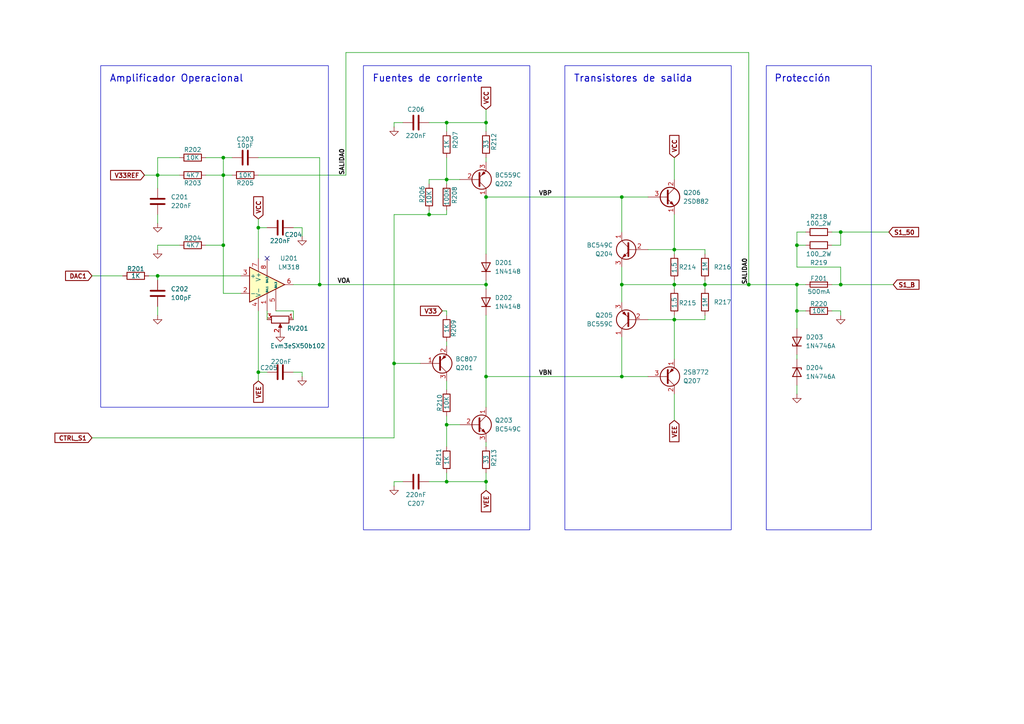
<source format=kicad_sch>
(kicad_sch (version 20231120) (generator "eeschema") (generator_version "8.0")
  (paper "A4")
  (title_block (title "Salida 1 (ISPEL Beta 2024)") (date "2024-10-29") (rev "2 (GC)"))
  (lib_symbols
    (symbol "Amplifier_Operational:LM318H" (pin_names (offset 0.127))
      (property "Reference" "U" (at 3.81 3.81 0))
      (property "Value" "LM318H" (at 3.81 -3.81 0))
      (symbol "LM318H_0_1"
        (polyline (pts (xy 5.08 0) (xy -5.08 5.08) (xy -5.08 -5.08) (xy 5.08 0)) (stroke (width 0.254)) (fill (type background)))
      )
      (symbol "LM318H_1_1"
        (pin passive line (at 0 -7.62 90) (length 5.08) (name "BAL1") (number "1"))
        (pin input line (at -7.62 -2.54 0) (length 2.54) (name "-") (number "2"))
        (pin input line (at -7.62 2.54 0) (length 2.54) (name "+") (number "3"))
        (pin power_in line (at -2.54 -7.62 90) (length 3.81) (name "V-") (number "4"))
        (pin passive line (at 2.54 -7.62 90) (length 6.35) (name "BAL3") (number "5"))
        (pin output line (at 7.62 0 180) (length 2.54) (name "~") (number "6"))
        (pin power_in line (at -2.54 7.62 270) (length 3.81) (name "V+") (number "7"))
        (pin passive line (at 0 7.62 270) (length 5.08) (name "BAL2") (number "8"))
      )
    )
    (symbol "Device:C" (pin_numbers hide) (pin_names (offset 0.254))
      (property "Reference" "C" (at 0.635 2.54 0))
      (property "Value" "C" (at 0.635 -2.54 0))
      (symbol "C_0_1"
        (polyline (pts (xy -2.032 -0.762) (xy 2.032 -0.762)) (stroke (width 0.508)))
        (polyline (pts (xy -2.032 0.762) (xy 2.032 0.762)) (stroke (width 0.508)))
      )
      (symbol "C_1_1"
        (pin passive line (at 0 3.81 270) (length 2.794) (name "~") (number "1"))
        (pin passive line (at 0 -3.81 90) (length 2.794) (name "~") (number "2"))
      )
    )
    (symbol "Device:Fuse" (pin_numbers hide) (pin_names (offset 0))
      (property "Reference" "F" (at 2.032 0 90))
      (property "Value" "Fuse" (at -1.905 0 90))
      (symbol "Fuse_0_1"
        (rectangle (start -0.762 -2.54) (end 0.762 2.54) (stroke (width 0.254)))
        (polyline (pts (xy 0 2.54) (xy 0 -2.54)))
      )
      (symbol "Fuse_1_1"
        (pin passive line (at 0 3.81 270) (length 1.27) (name "~") (number "1"))
        (pin passive line (at 0 -3.81 90) (length 1.27) (name "~") (number "2"))
      )
    )
    (symbol "Device:R" (pin_numbers hide) (pin_names (offset 0))
      (property "Reference" "R" (at 2.032 0 90))
      (property "Value" "R" (at 0 0 90))
      (symbol "R_0_1"
        (rectangle (start -1.016 -2.54) (end 1.016 2.54) (stroke (width 0.254)))
      )
      (symbol "R_1_1"
        (pin passive line (at 0 3.81 270) (length 1.27) (name "~") (number "1"))
        (pin passive line (at 0 -3.81 90) (length 1.27) (name "~") (number "2"))
      )
    )
    (symbol "Device:R_Potentiometer" (pin_names (offset 1.016) hide)
      (property "Reference" "RV" (at -4.445 0 90))
      (property "Value" "R_Potentiometer" (at -2.54 0 90))
      (symbol "R_Potentiometer_0_1"
        (polyline (pts (xy 2.54 0) (xy 1.524 0)))
        (polyline (pts (xy 1.143 0) (xy 2.286 0.508) (xy 2.286 -0.508) (xy 1.143 0)) (fill (type outline)))
        (rectangle (start 1.016 2.54) (end -1.016 -2.54) (stroke (width 0.254)))
      )
      (symbol "R_Potentiometer_1_1"
        (pin passive line (at 0 3.81 270) (length 1.27) (name "1") (number "1"))
        (pin passive line (at 3.81 0 180) (length 1.27) (name "2") (number "2"))
        (pin passive line (at 0 -3.81 90) (length 1.27) (name "3") (number "3"))
      )
    )
    (symbol "Diode:1N4148" (pin_numbers hide) (pin_names hide)
      (property "Reference" "D" (at 0 2.54 0))
      (property "Value" "1N4148" (at 0 -2.54 0))
      (symbol "1N4148_0_1"
        (polyline (pts (xy -1.27 1.27) (xy -1.27 -1.27)) (stroke (width 0.254)))
        (polyline (pts (xy 1.27 0) (xy -1.27 0)))
        (polyline (pts (xy 1.27 1.27) (xy 1.27 -1.27) (xy -1.27 0) (xy 1.27 1.27)) (stroke (width 0.254)))
      )
      (symbol "1N4148_1_1"
        (pin passive line (at -3.81 0 0) (length 2.54) (name "K") (number "1"))
        (pin passive line (at 3.81 0 180) (length 2.54) (name "A") (number "2"))
      )
    )
    (symbol "Diode:1N47xxA" (pin_numbers hide) (pin_names hide)
      (property "Reference" "D" (at 0 2.54 0))
      (property "Value" "1N47xxA" (at 0 -2.54 0))
      (symbol "1N47xxA_0_1"
        (polyline (pts (xy 1.27 0) (xy -1.27 0)))
        (polyline (pts (xy -1.27 -1.27) (xy -1.27 1.27) (xy -0.762 1.27)) (stroke (width 0.254)))
        (polyline (pts (xy 1.27 -1.27) (xy 1.27 1.27) (xy -1.27 0) (xy 1.27 -1.27)) (stroke (width 0.254)))
      )
      (symbol "1N47xxA_1_1"
        (pin passive line (at -3.81 0 0) (length 2.54) (name "K") (number "1"))
        (pin passive line (at 3.81 0 180) (length 2.54) (name "A") (number "2"))
      )
    )
    (symbol "Transistor_BJT:2SB631" (pin_names (offset 0) hide)
      (property "Reference" "Q" (at 5.08 1.905 0))
      (property "Value" "2SB631" (at 5.08 0 0))
      (symbol "2SB631_0_1"
        (polyline (pts (xy 0 0) (xy 0.635 0)))
        (polyline (pts (xy 2.54 -2.54) (xy 0.635 -0.635)))
        (polyline (pts (xy 2.54 2.54) (xy 0.635 0.635)))
        (polyline (pts (xy 0.635 1.905) (xy 0.635 -1.905) (xy 0.635 -1.905)) (stroke (width 0.508)) (fill (type outline)))
        (polyline (pts (xy 1.778 -2.286) (xy 2.286 -1.778) (xy 1.27 -1.27) (xy 1.778 -2.286) (xy 1.778 -2.286)) (fill (type outline)))
        (circle (center 1.27 0) (radius 2.8194) (stroke (width 0.254)))
      )
      (symbol "2SB631_1_1"
        (pin passive line (at 2.54 -5.08 90) (length 2.54) (name "E") (number "1"))
        (pin passive line (at 2.54 5.08 270) (length 2.54) (name "C") (number "2"))
        (pin input line (at -5.08 0 0) (length 5.08) (name "B") (number "3"))
      )
    )
    (symbol "Transistor_BJT:2SD600" (pin_names (offset 0) hide)
      (property "Reference" "Q" (at 5.08 1.905 0))
      (property "Value" "2SD600" (at 5.08 0 0))
      (symbol "2SD600_0_1"
        (polyline (pts (xy 0 0) (xy 0.635 0)))
        (polyline (pts (xy 2.54 -2.54) (xy 0.635 -0.635)))
        (polyline (pts (xy 2.54 2.54) (xy 0.635 0.635)))
        (polyline (pts (xy 0.635 1.905) (xy 0.635 -1.905) (xy 0.635 -1.905)) (stroke (width 0.508)) (fill (type outline)))
        (polyline (pts (xy 1.27 -1.778) (xy 1.778 -1.27) (xy 2.286 -2.286) (xy 1.27 -1.778) (xy 1.27 -1.778)) (fill (type outline)))
        (circle (center 1.27 0) (radius 2.8194) (stroke (width 0.3048)))
      )
      (symbol "2SD600_1_1"
        (pin passive line (at 2.54 -5.08 90) (length 2.54) (name "E") (number "1"))
        (pin passive line (at 2.54 5.08 270) (length 2.54) (name "C") (number "2"))
        (pin input line (at -5.08 0 0) (length 5.08) (name "B") (number "3"))
      )
    )
    (symbol "Transistor_BJT:BC547" (pin_names (offset 0) hide)
      (property "Reference" "Q" (at 5.08 1.905 0))
      (property "Value" "BC547" (at 5.08 0 0))
      (symbol "BC547_0_1"
        (polyline (pts (xy 0 0) (xy 0.635 0)))
        (polyline (pts (xy 0.635 0.635) (xy 2.54 2.54)))
        (polyline (pts (xy 0.635 -0.635) (xy 2.54 -2.54) (xy 2.54 -2.54)))
        (polyline (pts (xy 0.635 1.905) (xy 0.635 -1.905) (xy 0.635 -1.905)) (stroke (width 0.508)))
        (polyline (pts (xy 1.27 -1.778) (xy 1.778 -1.27) (xy 2.286 -2.286) (xy 1.27 -1.778) (xy 1.27 -1.778)) (fill (type outline)))
        (circle (center 1.27 0) (radius 2.8194) (stroke (width 0.254)))
      )
      (symbol "BC547_1_1"
        (pin passive line (at 2.54 5.08 270) (length 2.54) (name "C") (number "1"))
        (pin input line (at -5.08 0 0) (length 5.08) (name "B") (number "2"))
        (pin passive line (at 2.54 -5.08 90) (length 2.54) (name "E") (number "3"))
      )
    )
    (symbol "Transistor_BJT:BC557" (pin_names (offset 0) hide)
      (property "Reference" "Q" (at 5.08 1.905 0))
      (property "Value" "BC557" (at 5.08 0 0))
      (symbol "BC557_0_1"
        (polyline (pts (xy 0.635 0.635) (xy 2.54 2.54)))
        (polyline (pts (xy 0.635 -0.635) (xy 2.54 -2.54) (xy 2.54 -2.54)))
        (polyline (pts (xy 0.635 1.905) (xy 0.635 -1.905) (xy 0.635 -1.905)) (stroke (width 0.508)))
        (polyline (pts (xy 2.286 -1.778) (xy 1.778 -2.286) (xy 1.27 -1.27) (xy 2.286 -1.778) (xy 2.286 -1.778)) (fill (type outline)))
        (circle (center 1.27 0) (radius 2.8194) (stroke (width 0.254)))
      )
      (symbol "BC557_1_1"
        (pin passive line (at 2.54 5.08 270) (length 2.54) (name "C") (number "1"))
        (pin input line (at -5.08 0 0) (length 5.715) (name "B") (number "2"))
        (pin passive line (at 2.54 -5.08 90) (length 2.54) (name "E") (number "3"))
      )
    )
    (symbol "Transistor_BJT:BC807" (pin_names (offset 0) hide)
      (property "Reference" "Q" (at 5.08 1.905 0))
      (property "Value" "BC807" (at 5.08 0 0))
      (symbol "BC807_0_1"
        (polyline (pts (xy 0.635 0.635) (xy 2.54 2.54)))
        (polyline (pts (xy 0.635 -0.635) (xy 2.54 -2.54) (xy 2.54 -2.54)))
        (polyline (pts (xy 0.635 1.905) (xy 0.635 -1.905) (xy 0.635 -1.905)) (stroke (width 0.508)))
        (polyline (pts (xy 2.286 -1.778) (xy 1.778 -2.286) (xy 1.27 -1.27) (xy 2.286 -1.778) (xy 2.286 -1.778)) (fill (type outline)))
        (circle (center 1.27 0) (radius 2.8194) (stroke (width 0.254)))
      )
      (symbol "BC807_1_1"
        (pin input line (at -5.08 0 0) (length 5.715) (name "B") (number "1"))
        (pin passive line (at 2.54 -5.08 90) (length 2.54) (name "E") (number "2"))
        (pin passive line (at 2.54 5.08 270) (length 2.54) (name "C") (number "3"))
      )
    )
    (symbol "power:GND" (power) (pin_numbers hide) (pin_names (offset 0) hide)
      (property "Value" "GND" (at 0 -3.81 0))
      (symbol "GND_0_1"
        (polyline (pts (xy 0 0) (xy 0 -1.27) (xy 1.27 -1.27) (xy 0 -2.54) (xy -1.27 -1.27) (xy 0 -1.27)))
      )
      (symbol "GND_1_1"
        (pin power_in line (at 0 0 270) (length 0) (name "~") (number "1"))
      )
    )
  )
  (junction (at 243.84 82.55))
  (junction (at 140.97 139.7))
  (junction (at 231.14 90.17))
  (junction (at 129.54 139.7))
  (junction (at 140.97 82.55))
  (junction (at 195.58 92.71))
  (junction (at 195.58 72.39))
  (junction (at 180.34 57.15))
  (junction (at 180.34 109.22))
  (junction (at 124.46 62.23))
  (junction (at 114.3 105.41))
  (junction (at 180.34 82.55))
  (junction (at 140.97 57.15))
  (junction (at 64.77 50.8))
  (junction (at 195.58 82.55))
  (junction (at 129.54 123.19))
  (junction (at 217.17 82.55))
  (junction (at 129.54 35.56))
  (junction (at 45.72 50.8))
  (junction (at 64.77 45.72))
  (junction (at 231.14 71.12))
  (junction (at 45.72 80.01))
  (junction (at 231.14 82.55))
  (junction (at 92.71 82.55))
  (junction (at 74.93 66.04))
  (junction (at 140.97 35.56))
  (junction (at 204.47 82.55))
  (junction (at 129.54 52.07))
  (junction (at 74.93 107.95))
  (junction (at 64.77 71.12))
  (junction (at 140.97 109.22))
  (junction (at 243.84 67.31))
  (no_connect (at 77.47 74.93))
  (wire (pts (xy 114.3 35.56) (xy 116.84 35.56)))
  (wire (pts (xy 124.46 53.34) (xy 124.46 52.07)))
  (wire (pts (xy 74.93 50.8) (xy 100.33 50.8)))
  (wire (pts (xy 64.77 45.72) (xy 67.31 45.72)))
  (wire (pts (xy 129.54 110.49) (xy 129.54 113.03)))
  (wire (pts (xy 204.47 82.55) (xy 204.47 83.82)))
  (wire (pts (xy 45.72 50.8) (xy 45.72 45.72)))
  (wire (pts (xy 129.54 123.19) (xy 129.54 129.54)))
  (wire (pts (xy 195.58 45.72) (xy 195.58 52.07)))
  (wire (pts (xy 140.97 31.75) (xy 140.97 35.56)))
  (wire (pts (xy 64.77 45.72) (xy 64.77 50.8)))
  (wire (pts (xy 231.14 82.55) (xy 231.14 90.17)))
  (wire (pts (xy 243.84 91.44) (xy 243.84 90.17)))
  (wire (pts (xy 204.47 82.55) (xy 217.17 82.55)))
  (wire (pts (xy 45.72 71.12) (xy 52.07 71.12)))
  (wire (pts (xy 74.93 45.72) (xy 92.71 45.72)))
  (wire (pts (xy 180.34 77.47) (xy 180.34 82.55)))
  (wire (pts (xy 243.84 71.12) (xy 243.84 67.31)))
  (wire (pts (xy 45.72 50.8) (xy 45.72 54.61)))
  (wire (pts (xy 195.58 92.71) (xy 204.47 92.71)))
  (wire (pts (xy 204.47 92.71) (xy 204.47 91.44)))
  (wire (pts (xy 114.3 127) (xy 114.3 105.41)))
  (wire (pts (xy 233.68 90.17) (xy 231.14 90.17)))
  (wire (pts (xy 69.85 85.09) (xy 64.77 85.09)))
  (wire (pts (xy 59.69 45.72) (xy 64.77 45.72)))
  (wire (pts (xy 114.3 62.23) (xy 124.46 62.23)))
  (wire (pts (xy 231.14 111.76) (xy 231.14 114.3)))
  (wire (pts (xy 129.54 52.07) (xy 129.54 53.34)))
  (wire (pts (xy 180.34 57.15) (xy 180.34 67.31)))
  (wire (pts (xy 74.93 66.04) (xy 77.47 66.04)))
  (wire (pts (xy 114.3 36.83) (xy 114.3 35.56)))
  (wire (pts (xy 45.72 62.23) (xy 45.72 64.77)))
  (wire (pts (xy 85.09 90.17) (xy 80.01 90.17)))
  (wire (pts (xy 45.72 80.01) (xy 69.85 80.01)))
  (wire (pts (xy 129.54 35.56) (xy 129.54 38.1)))
  (wire (pts (xy 129.54 62.23) (xy 129.54 60.96)))
  (wire (pts (xy 231.14 90.17) (xy 231.14 95.25)))
  (wire (pts (xy 195.58 81.28) (xy 195.58 82.55)))
  (wire (pts (xy 45.72 45.72) (xy 52.07 45.72)))
  (wire (pts (xy 92.71 82.55) (xy 140.97 82.55)))
  (wire (pts (xy 140.97 128.27) (xy 140.97 129.54)))
  (wire (pts (xy 64.77 71.12) (xy 59.69 71.12)))
  (wire (pts (xy 195.58 72.39) (xy 195.58 73.66)))
  (wire (pts (xy 140.97 109.22) (xy 140.97 118.11)))
  (wire (pts (xy 217.17 15.24) (xy 100.33 15.24)))
  (wire (pts (xy 217.17 82.55) (xy 231.14 82.55)))
  (wire (pts (xy 129.54 120.65) (xy 129.54 123.19)))
  (wire (pts (xy 233.68 71.12) (xy 231.14 71.12)))
  (wire (pts (xy 231.14 71.12) (xy 231.14 67.31)))
  (wire (pts (xy 195.58 62.23) (xy 195.58 72.39)))
  (wire (pts (xy 64.77 50.8) (xy 67.31 50.8)))
  (wire (pts (xy 140.97 46.99) (xy 140.97 45.72)))
  (wire (pts (xy 129.54 45.72) (xy 129.54 52.07)))
  (wire (pts (xy 231.14 77.47) (xy 243.84 77.47)))
  (wire (pts (xy 124.46 62.23) (xy 129.54 62.23)))
  (wire (pts (xy 129.54 35.56) (xy 140.97 35.56)))
  (wire (pts (xy 45.72 81.28) (xy 45.72 80.01)))
  (wire (pts (xy 74.93 74.93) (xy 74.93 66.04)))
  (wire (pts (xy 231.14 102.87) (xy 231.14 104.14)))
  (wire (pts (xy 140.97 139.7) (xy 140.97 142.24)))
  (wire (pts (xy 100.33 15.24) (xy 100.33 50.8)))
  (wire (pts (xy 187.96 72.39) (xy 195.58 72.39)))
  (wire (pts (xy 217.17 82.55) (xy 217.17 15.24)))
  (wire (pts (xy 140.97 137.16) (xy 140.97 139.7)))
  (wire (pts (xy 114.3 139.7) (xy 114.3 140.97)))
  (wire (pts (xy 129.54 90.17) (xy 129.54 91.44)))
  (wire (pts (xy 195.58 121.92) (xy 195.58 114.3)))
  (wire (pts (xy 26.67 80.01) (xy 35.56 80.01)))
  (wire (pts (xy 187.96 109.22) (xy 180.34 109.22)))
  (wire (pts (xy 45.72 88.9) (xy 45.72 91.44)))
  (wire (pts (xy 187.96 92.71) (xy 195.58 92.71)))
  (wire (pts (xy 87.63 68.58) (xy 87.63 66.04)))
  (wire (pts (xy 129.54 139.7) (xy 124.46 139.7)))
  (wire (pts (xy 243.84 67.31) (xy 257.81 67.31)))
  (wire (pts (xy 140.97 57.15) (xy 180.34 57.15)))
  (wire (pts (xy 180.34 82.55) (xy 180.34 87.63)))
  (wire (pts (xy 231.14 67.31) (xy 233.68 67.31)))
  (wire (pts (xy 124.46 60.96) (xy 124.46 62.23)))
  (wire (pts (xy 195.58 92.71) (xy 195.58 104.14)))
  (wire (pts (xy 233.68 82.55) (xy 231.14 82.55)))
  (wire (pts (xy 128.27 90.17) (xy 129.54 90.17)))
  (wire (pts (xy 204.47 81.28) (xy 204.47 82.55)))
  (wire (pts (xy 129.54 139.7) (xy 140.97 139.7)))
  (wire (pts (xy 124.46 52.07) (xy 129.54 52.07)))
  (wire (pts (xy 87.63 109.22) (xy 87.63 107.95)))
  (wire (pts (xy 77.47 90.17) (xy 77.47 92.71)))
  (wire (pts (xy 204.47 72.39) (xy 204.47 73.66)))
  (wire (pts (xy 243.84 82.55) (xy 259.08 82.55)))
  (wire (pts (xy 129.54 123.19) (xy 133.35 123.19)))
  (wire (pts (xy 85.09 66.04) (xy 87.63 66.04)))
  (wire (pts (xy 41.91 50.8) (xy 45.72 50.8)))
  (wire (pts (xy 74.93 90.17) (xy 74.93 107.95)))
  (wire (pts (xy 180.34 82.55) (xy 195.58 82.55)))
  (wire (pts (xy 116.84 139.7) (xy 114.3 139.7)))
  (wire (pts (xy 195.58 82.55) (xy 204.47 82.55)))
  (wire (pts (xy 45.72 50.8) (xy 52.07 50.8)))
  (wire (pts (xy 140.97 35.56) (xy 140.97 38.1)))
  (wire (pts (xy 92.71 45.72) (xy 92.71 82.55)))
  (wire (pts (xy 241.3 90.17) (xy 243.84 90.17)))
  (wire (pts (xy 64.77 50.8) (xy 64.77 71.12)))
  (wire (pts (xy 195.58 72.39) (xy 204.47 72.39)))
  (wire (pts (xy 243.84 77.47) (xy 243.84 82.55)))
  (wire (pts (xy 241.3 71.12) (xy 243.84 71.12)))
  (wire (pts (xy 129.54 137.16) (xy 129.54 139.7)))
  (wire (pts (xy 140.97 57.15) (xy 140.97 73.66)))
  (wire (pts (xy 231.14 71.12) (xy 231.14 77.47)))
  (wire (pts (xy 140.97 109.22) (xy 180.34 109.22)))
  (wire (pts (xy 241.3 82.55) (xy 243.84 82.55)))
  (wire (pts (xy 85.09 82.55) (xy 92.71 82.55)))
  (wire (pts (xy 74.93 107.95) (xy 74.93 110.49)))
  (wire (pts (xy 195.58 91.44) (xy 195.58 92.71)))
  (wire (pts (xy 74.93 66.04) (xy 74.93 63.5)))
  (wire (pts (xy 140.97 91.44) (xy 140.97 109.22)))
  (wire (pts (xy 87.63 107.95) (xy 85.09 107.95)))
  (wire (pts (xy 114.3 105.41) (xy 121.92 105.41)))
  (wire (pts (xy 241.3 67.31) (xy 243.84 67.31)))
  (wire (pts (xy 180.34 97.79) (xy 180.34 109.22)))
  (wire (pts (xy 195.58 82.55) (xy 195.58 83.82)))
  (wire (pts (xy 114.3 62.23) (xy 114.3 105.41)))
  (wire (pts (xy 124.46 35.56) (xy 129.54 35.56)))
  (wire (pts (xy 129.54 52.07) (xy 133.35 52.07)))
  (wire (pts (xy 74.93 107.95) (xy 77.47 107.95)))
  (wire (pts (xy 59.69 50.8) (xy 64.77 50.8)))
  (wire (pts (xy 187.96 57.15) (xy 180.34 57.15)))
  (wire (pts (xy 140.97 81.28) (xy 140.97 82.55)))
  (wire (pts (xy 85.09 92.71) (xy 85.09 90.17)))
  (wire (pts (xy 64.77 85.09) (xy 64.77 71.12)))
  (wire (pts (xy 129.54 100.33) (xy 129.54 99.06)))
  (wire (pts (xy 140.97 82.55) (xy 140.97 83.82)))
  (wire (pts (xy 45.72 72.39) (xy 45.72 71.12)))
  (wire (pts (xy 43.18 80.01) (xy 45.72 80.01)))
  (wire (pts (xy 26.67 127) (xy 114.3 127)))
  (rectangle (start 105.41 19.05) (end 153.67 153.67))
  (rectangle (start 163.83 19.05) (end 212.09 153.67))
  (rectangle (start 29.21 19.05) (end 95.25 118.11))
  (rectangle (start 222.25 19.05) (end 252.73 153.67))
  (text "Protección" (at 224.536 22.86 0) (effects (font (size 2.032 2.032) (thickness 0.254)) (justify left)))
  (text "Fuentes de corriente" (at 107.95 22.86 0) (effects (font (size 2.032 2.032) (thickness 0.254)) (justify left)))
  (text "Amplificador Operacional" (at 31.75 22.86 0) (effects (font (size 2.032 2.032) (thickness 0.254)) (justify left)))
  (text "Transistores de salida" (at 166.37 22.86 0) (effects (font (size 2.032 2.032) (thickness 0.254)) (justify left)))
  (label "VBN" (at 156.21 109.22 0) (effects (font (thickness 0.254) (bold yes))))
  (label "VOA" (at 97.79 82.55 0) (effects (font (bold yes))))
  (label "SALIDA0" (at 217.17 82.55 90) (effects (font (bold yes))))
  (label "VBP" (at 156.21 57.15 0) (effects (font (thickness 0.254) (bold yes))))
  (label "SALIDA0" (at 100.33 50.8 90) (effects (font (bold yes))))
  (global_label "VCC" (shape input) (at 195.58 45.72 90) (effects (font (bold yes))) (property "Intersheetrefs" "${INTERSHEET_REFS}" (effects (hide yes))))
  (global_label "V33" (shape input) (at 128.27 90.17 180) (effects (font (bold yes))) (property "Intersheetrefs" "${INTERSHEET_REFS}" (effects (hide yes))))
  (global_label "CTRL_S1" (shape input) (at 26.67 127 180) (effects (font (bold yes))) (property "Intersheetrefs" "${INTERSHEET_REFS}" (effects (hide yes))))
  (global_label "S1_B" (shape input) (at 259.08 82.55 0) (effects (font (bold yes))) (property "Intersheetrefs" "${INTERSHEET_REFS}" (effects (hide yes))))
  (global_label "VEE" (shape input) (at 195.58 121.92 270) (effects (font (bold yes))) (property "Intersheetrefs" "${INTERSHEET_REFS}" (effects (hide yes))))
  (global_label "VCC" (shape input) (at 74.93 63.5 90) (effects (font (bold yes))) (property "Intersheetrefs" "${INTERSHEET_REFS}" (effects (hide yes))))
  (global_label "VEE" (shape input) (at 74.93 110.49 270) (effects (font (bold yes))) (property "Intersheetrefs" "${INTERSHEET_REFS}" (effects (hide yes))))
  (global_label "V33REF" (shape input) (at 41.91 50.8 180) (effects (font (bold yes))) (property "Intersheetrefs" "${INTERSHEET_REFS}" (effects (hide yes))))
  (global_label "S1_50" (shape input) (at 257.81 67.31 0) (effects (font (bold yes))) (property "Intersheetrefs" "${INTERSHEET_REFS}" (effects (hide yes))))
  (global_label "VCC" (shape input) (at 140.97 31.75 90) (effects (font (bold yes))) (property "Intersheetrefs" "${INTERSHEET_REFS}" (effects (hide yes))))
  (global_label "DAC1" (shape input) (at 26.67 80.01 180) (effects (font (bold yes))) (property "Intersheetrefs" "${INTERSHEET_REFS}" (effects (hide yes))))
  (global_label "VEE" (shape input) (at 140.97 142.24 270) (effects (font (bold yes))) (property "Intersheetrefs" "${INTERSHEET_REFS}" (effects (hide yes))))
  (symbol (lib_id "Device:C") (at 45.72 85.09 0) (unit 1)
    (property "Reference" "C202" (at 49.53 83.8199 0) (effects (justify left)))
    (property "Value" "100pF" (at 49.53 86.3599 0) (effects (justify left)))
    (property "Footprint" "Capacitor_SMD:C_1206_3216Metric_Pad1.33x1.80mm_HandSolder" (effects (hide yes)))
    (property "Description" "Unpolarized capacitor" (effects (hide yes)))
  )
  (symbol (lib_id "Transistor_BJT:BC547") (at 138.43 123.19 0) (unit 1)
    (property "Reference" "Q203" (at 143.51 121.9199 0) (effects (justify left)))
    (property "Value" "BC549C" (at 143.51 124.4599 0) (effects (justify left)))
    (property "Footprint" "Package_TO_SOT_THT:TO-92_Inline" (effects (hide yes)))
    (property "Datasheet" "https://www.onsemi.com/pub/Collateral/BC550-D.pdf" (effects (hide yes)))
    (property "Description" "0.1A Ic, 45V Vce, Small Signal NPN Transistor, TO-92" (effects (hide yes)))
  )
  (symbol (lib_id "Device:R") (at 129.54 133.35 0) (unit 1)
    (property "Reference" "R211" (at 127.254 135.128 90) (effects (justify left)))
    (property "Value" "1K" (at 129.54 134.874 90) (effects (justify left)))
    (property "Footprint" "Resistor_SMD:R_1206_3216Metric_Pad1.30x1.75mm_HandSolder" (effects (hide yes)))
    (property "Description" "Resistor" (effects (hide yes)))
  )
  (symbol (lib_id "Device:R") (at 55.88 50.8 90) (unit 1)
    (property "Reference" "R203" (at 55.88 53.086 90))
    (property "Value" "4K7" (at 55.88 50.8 90))
    (property "Footprint" "Resistor_SMD:R_1206_3216Metric_Pad1.30x1.75mm_HandSolder" (effects (hide yes)))
    (property "Description" "Resistor" (effects (hide yes)))
  )
  (symbol (lib_id "power:GND") (at 45.72 91.44 0) (unit 1)
    (property "Reference" "#PWR0203" (effects (hide yes)))
    (property "Value" "GND" (effects (hide yes)))
    (property "Description" "Power symbol creates a global label with name \"GND\" , ground" (effects (hide yes)))
  )
  (symbol (lib_id "Device:R") (at 129.54 41.91 0) (unit 1)
    (property "Reference" "R207" (at 132.08 43.18 90) (effects (justify left)))
    (property "Value" "1K" (at 129.54 43.18 90) (effects (justify left)))
    (property "Footprint" "Resistor_SMD:R_1206_3216Metric_Pad1.30x1.75mm_HandSolder" (effects (hide yes)))
    (property "Description" "Resistor" (effects (hide yes)))
  )
  (symbol (lib_id "Transistor_BJT:BC547") (at 182.88 72.39 0) (mirror y) (unit 1)
    (property "Reference" "Q204" (at 177.8 73.6601 0) (effects (justify left)))
    (property "Value" "BC549C" (at 177.8 71.1201 0) (effects (justify left)))
    (property "Footprint" "Package_TO_SOT_THT:TO-92_Inline" (effects (hide yes)))
    (property "Datasheet" "https://www.onsemi.com/pub/Collateral/BC550-D.pdf" (effects (hide yes)))
    (property "Description" "0.1A Ic, 45V Vce, Small Signal NPN Transistor, TO-92" (effects (hide yes)))
  )
  (symbol (lib_id "Device:Fuse") (at 237.49 82.55 90) (unit 1)
    (property "Reference" "F201" (at 237.49 80.772 90))
    (property "Value" "500mA" (at 237.49 84.582 90))
    (property "Footprint" "Fuse:Fuse_1812_4532Metric_Pad1.30x3.40mm_HandSolder" (effects (hide yes)))
    (property "Description" "Fuse" (effects (hide yes)))
  )
  (symbol (lib_id "Device:C") (at 81.28 107.95 90) (unit 1)
    (property "Reference" "C205" (at 77.978 106.68 90))
    (property "Value" "220nF" (at 81.534 104.902 90))
    (property "Footprint" "Capacitor_SMD:C_1206_3216Metric_Pad1.33x1.80mm_HandSolder" (effects (hide yes)))
    (property "Description" "Unpolarized capacitor" (effects (hide yes)))
  )
  (symbol (lib_id "Amplifier_Operational:LM318H") (at 77.47 82.55 0) (unit 1)
    (property "Reference" "U201" (at 83.82 74.93 0))
    (property "Value" "LM318" (at 83.82 77.47 0))
    (property "Footprint" "Package_DIP:CERDIP-8_W7.62mm_SideBrazed_LongPads_Socket" (effects (hide yes)))
    (property "Datasheet" "http://www.ti.com/lit/ds/symlink/lm318-n.pdf" (effects (hide yes)))
    (property "Description" "Operational Amplifier, TO-99-8" (effects (hide yes)))
  )
  (symbol (lib_id "power:GND") (at 114.3 36.83 0) (unit 1)
    (property "Reference" "#PWR0207" (effects (hide yes)))
    (property "Value" "GND" (effects (hide yes)))
    (property "Description" "Power symbol creates a global label with name \"GND\" , ground" (effects (hide yes)))
  )
  (symbol (lib_id "Device:R") (at 204.47 87.63 0) (unit 1)
    (property "Reference" "R217" (at 207.01 87.63 0) (effects (justify left)))
    (property "Value" "1M" (at 204.47 89.154 90) (effects (justify left)))
    (property "Footprint" "Resistor_SMD:R_1206_3216Metric_Pad1.30x1.75mm_HandSolder" (effects (hide yes)))
    (property "Description" "Resistor" (effects (hide yes)))
  )
  (symbol (lib_id "Device:C") (at 71.12 45.72 90) (unit 1)
    (property "Reference" "C203" (at 71.12 40.386 90))
    (property "Value" "10pF" (at 71.12 42.164 90))
    (property "Footprint" "Capacitor_SMD:C_1206_3216Metric_Pad1.33x1.80mm_HandSolder" (effects (hide yes)))
    (property "Description" "Unpolarized capacitor" (effects (hide yes)))
  )
  (symbol (lib_id "power:GND") (at 81.28 96.52 0) (unit 1)
    (property "Reference" "#PWR0204" (effects (hide yes)))
    (property "Value" "GND" (effects (hide yes)))
    (property "Description" "Power symbol creates a global label with name \"GND\" , ground" (effects (hide yes)))
  )
  (symbol (lib_id "Transistor_BJT:2SD600") (at 193.04 57.15 0) (unit 1)
    (property "Reference" "Q206" (at 198.12 55.8799 0) (effects (justify left)))
    (property "Value" "2SD882" (at 198.12 58.4199 0) (effects (justify left)))
    (property "Footprint" "Package_TO_SOT_THT:TO-126-3_Vertical" (effects (hide yes)))
    (property "Datasheet" "http://pdf.datasheetcatalog.com/datasheet/sanyo/ds_pdf_e/2SB631.pdf" (effects (hide yes)))
    (property "Description" "1A Ic, 100V Vce, High Voltage Power NPN Transistor, TO-126" (effects (hide yes)))
  )
  (symbol (lib_id "Device:R") (at 195.58 77.47 0) (unit 1)
    (property "Reference" "R214" (at 196.85 77.47 0) (effects (justify left)))
    (property "Value" "1.5" (at 195.58 79.248 90) (effects (justify left)))
    (property "Footprint" "Resistor_THT:R_Axial_DIN0309_L9.0mm_D3.2mm_P12.70mm_Horizontal" (effects (hide yes)))
    (property "Description" "Resistor" (effects (hide yes)))
  )
  (symbol (lib_id "Device:R") (at 204.47 77.47 0) (unit 1)
    (property "Reference" "R216" (at 207.01 77.47 0) (effects (justify left)))
    (property "Value" "1M" (at 204.47 78.74 90) (effects (justify left)))
    (property "Footprint" "Resistor_SMD:R_1206_3216Metric_Pad1.30x1.75mm_HandSolder" (effects (hide yes)))
    (property "Description" "Resistor" (effects (hide yes)))
  )
  (symbol (lib_id "Transistor_BJT:BC807") (at 127 105.41 0) (mirror x) (unit 1)
    (property "Reference" "Q201" (at 132.08 106.6801 0) (effects (justify left)))
    (property "Value" "BC807" (at 132.08 104.1401 0) (effects (justify left)))
    (property "Footprint" "Package_TO_SOT_SMD:SOT-23" (effects (hide yes)))
    (property "Datasheet" "https://www.onsemi.com/pub/Collateral/BC808-D.pdf" (effects (hide yes)))
    (property "Description" "0.8A Ic, 45V Vce, PNP Transistor, SOT-23" (effects (hide yes)))
  )
  (symbol (lib_id "Device:C") (at 81.28 66.04 270) (unit 1)
    (property "Reference" "C204" (at 85.09 68.072 90))
    (property "Value" "220nF" (at 81.28 69.85 90))
    (property "Footprint" "Capacitor_SMD:C_1206_3216Metric_Pad1.33x1.80mm_HandSolder" (effects (hide yes)))
    (property "Description" "Unpolarized capacitor" (effects (hide yes)))
  )
  (symbol (lib_id "Device:C") (at 120.65 139.7 90) (unit 1)
    (property "Reference" "C207" (at 120.65 146.05 90))
    (property "Value" "220nF" (at 120.65 143.51 90))
    (property "Footprint" "Capacitor_SMD:C_1206_3216Metric_Pad1.33x1.80mm_HandSolder" (effects (hide yes)))
    (property "Description" "Unpolarized capacitor" (effects (hide yes)))
  )
  (symbol (lib_id "power:GND") (at 87.63 68.58 0) (unit 1)
    (property "Reference" "#PWR0205" (effects (hide yes)))
    (property "Value" "GND" (effects (hide yes)))
    (property "Description" "Power symbol creates a global label with name \"GND\" , ground" (effects (hide yes)))
  )
  (symbol (lib_id "power:GND") (at 114.3 140.97 0) (unit 1)
    (property "Reference" "#PWR0208" (effects (hide yes)))
    (property "Value" "GND" (effects (hide yes)))
    (property "Description" "Power symbol creates a global label with name \"GND\" , ground" (effects (hide yes)))
  )
  (symbol (lib_id "Device:R") (at 237.49 67.31 90) (unit 1)
    (property "Reference" "R218" (at 237.49 62.865 90))
    (property "Value" "100_2W" (at 237.49 64.77 90))
    (property "Footprint" "Resistor_THT:R_Axial_DIN0414_L11.9mm_D4.5mm_P5.08mm_Vertical" (effects (hide yes)))
    (property "Description" "Resistor" (effects (hide yes)))
  )
  (symbol (lib_id "Diode:1N47xxA") (at 231.14 99.06 90) (unit 1)
    (property "Reference" "D203" (at 233.68 97.7899 90) (effects (justify right)))
    (property "Value" "1N4746A" (at 233.68 100.3299 90) (effects (justify right)))
    (property "Footprint" "Diode_THT:D_DO-41_SOD81_P10.16mm_Horizontal" (effects (hide yes)))
    (property "Datasheet" "https://www.vishay.com/docs/85816/1n4728a.pdf" (effects (hide yes)))
    (property "Description" "1300mW Silicon planar power Zener diodes, DO-41" (effects (hide yes)))
  )
  (symbol (lib_id "Transistor_BJT:BC557") (at 138.43 52.07 0) (mirror x) (unit 1)
    (property "Reference" "Q202" (at 143.51 53.3401 0) (effects (justify left)))
    (property "Value" "BC559C" (at 143.51 50.8001 0) (effects (justify left)))
    (property "Footprint" "Package_TO_SOT_THT:TO-92_Inline" (effects (hide yes)))
    (property "Datasheet" "https://www.onsemi.com/pub/Collateral/BC556BTA-D.pdf" (effects (hide yes)))
    (property "Description" "0.1A Ic, 45V Vce, PNP Small Signal Transistor, TO-92" (effects (hide yes)))
  )
  (symbol (lib_id "Transistor_BJT:BC557") (at 182.88 92.71 180) (unit 1)
    (property "Reference" "Q205" (at 177.8 91.4399 0) (effects (justify left)))
    (property "Value" "BC559C" (at 177.8 93.9799 0) (effects (justify left)))
    (property "Footprint" "Package_TO_SOT_THT:TO-92_Inline" (effects (hide yes)))
    (property "Datasheet" "https://www.onsemi.com/pub/Collateral/BC556BTA-D.pdf" (effects (hide yes)))
    (property "Description" "0.1A Ic, 45V Vce, PNP Small Signal Transistor, TO-92" (effects (hide yes)))
  )
  (symbol (lib_id "Device:C") (at 45.72 58.42 0) (unit 1)
    (property "Reference" "C201" (at 49.53 57.1499 0) (effects (justify left)))
    (property "Value" "220nF" (at 49.53 59.6899 0) (effects (justify left)))
    (property "Footprint" "Capacitor_SMD:C_1206_3216Metric_Pad1.33x1.80mm_HandSolder" (effects (hide yes)))
    (property "Description" "Unpolarized capacitor" (effects (hide yes)))
  )
  (symbol (lib_id "Device:R") (at 237.49 71.12 90) (unit 1)
    (property "Reference" "R219" (at 237.49 76.2 90))
    (property "Value" "100_2W" (at 237.49 73.66 90))
    (property "Footprint" "Resistor_THT:R_Axial_DIN0414_L11.9mm_D4.5mm_P5.08mm_Vertical" (effects (hide yes)))
    (property "Description" "Resistor" (effects (hide yes)))
  )
  (symbol (lib_id "Device:R") (at 55.88 45.72 90) (unit 1)
    (property "Reference" "R202" (at 55.88 43.434 90))
    (property "Value" "10K" (at 55.88 45.72 90))
    (property "Footprint" "Resistor_SMD:R_1206_3216Metric_Pad1.30x1.75mm_HandSolder" (effects (hide yes)))
    (property "Description" "Resistor" (effects (hide yes)))
  )
  (symbol (lib_id "Device:R_Potentiometer") (at 81.28 92.71 270) (unit 1)
    (property "Reference" "RV201" (at 86.36 95.25 90))
    (property "Value" "Evm3eSX50b102" (at 86.36 100.33 90))
    (property "Footprint" "Libreria_ISPEL:3E-SX50" (effects (hide yes)))
    (property "Description" "Potentiometer" (effects (hide yes)))
  )
  (symbol (lib_id "Device:R") (at 124.46 57.15 0) (unit 1)
    (property "Reference" "R206" (at 122.428 58.928 90) (effects (justify left)))
    (property "Value" "10K" (at 124.46 59.182 90) (effects (justify left)))
    (property "Footprint" "Resistor_SMD:R_1206_3216Metric_Pad1.30x1.75mm_HandSolder" (effects (hide yes)))
    (property "Description" "Resistor" (effects (hide yes)))
  )
  (symbol (lib_id "Device:R") (at 55.88 71.12 90) (unit 1)
    (property "Reference" "R204" (at 55.88 69.088 90))
    (property "Value" "4K7" (at 55.88 71.12 90))
    (property "Footprint" "Resistor_SMD:R_1206_3216Metric_Pad1.30x1.75mm_HandSolder" (effects (hide yes)))
    (property "Description" "Resistor" (effects (hide yes)))
  )
  (symbol (lib_id "Diode:1N47xxA") (at 231.14 107.95 270) (unit 1)
    (property "Reference" "D204" (at 233.68 106.6799 90) (effects (justify left)))
    (property "Value" "1N4746A" (at 233.68 109.2199 90) (effects (justify left)))
    (property "Footprint" "Diode_THT:D_DO-41_SOD81_P10.16mm_Horizontal" (effects (hide yes)))
    (property "Datasheet" "https://www.vishay.com/docs/85816/1n4728a.pdf" (effects (hide yes)))
    (property "Description" "1300mW Silicon planar power Zener diodes, DO-41" (effects (hide yes)))
  )
  (symbol (lib_id "Transistor_BJT:2SB631") (at 193.04 109.22 0) (mirror x) (unit 1)
    (property "Reference" "Q207" (at 198.12 110.49 0) (effects (justify left)))
    (property "Value" "2SB772" (at 198.12 107.95 0) (effects (justify left)))
    (property "Footprint" "Package_TO_SOT_THT:TO-126-3_Vertical" (effects (hide yes)))
    (property "Datasheet" "http://pdf.datasheetcatalog.com/datasheet/sanyo/ds_pdf_e/2SB631.pdf" (effects (hide yes)))
    (property "Description" "-1A Ic, -100V Vce, High Voltage Power PNP Transistor, TO-126" (effects (hide yes)))
  )
  (symbol (lib_id "power:GND") (at 87.63 109.22 0) (unit 1)
    (property "Reference" "#PWR0206" (effects (hide yes)))
    (property "Value" "GND" (effects (hide yes)))
    (property "Description" "Power symbol creates a global label with name \"GND\" , ground" (effects (hide yes)))
  )
  (symbol (lib_id "Device:R") (at 129.54 57.15 0) (unit 1)
    (property "Reference" "R208" (at 131.826 59.182 90) (effects (justify left)))
    (property "Value" "100K" (at 129.54 59.69 90) (effects (justify left)))
    (property "Footprint" "Resistor_SMD:R_1206_3216Metric_Pad1.30x1.75mm_HandSolder" (effects (hide yes)))
    (property "Description" "Resistor" (effects (hide yes)))
  )
  (symbol (lib_id "Device:R") (at 71.12 50.8 90) (unit 1)
    (property "Reference" "R205" (at 71.12 53.086 90))
    (property "Value" "10K" (at 71.12 50.8 90))
    (property "Footprint" "Resistor_SMD:R_1206_3216Metric_Pad1.30x1.75mm_HandSolder" (effects (hide yes)))
    (property "Description" "Resistor" (effects (hide yes)))
  )
  (symbol (lib_id "Device:R") (at 129.54 116.84 180) (unit 1)
    (property "Reference" "R210" (at 127.508 116.84 90))
    (property "Value" "10K" (at 129.54 116.84 90))
    (property "Footprint" "Resistor_SMD:R_1206_3216Metric_Pad1.30x1.75mm_HandSolder" (effects (hide yes)))
    (property "Description" "Resistor" (effects (hide yes)))
  )
  (symbol (lib_id "Diode:1N4148") (at 140.97 87.63 90) (unit 1)
    (property "Reference" "D202" (at 143.51 86.3599 90) (effects (justify right)))
    (property "Value" "1N4148" (at 143.51 88.8999 90) (effects (justify right)))
    (property "Footprint" "Diode_SMD:D_MiniMELF_Handsoldering" (effects (hide yes)))
    (property "Datasheet" "https://assets.nexperia.com/documents/data-sheet/1N4148_1N4448.pdf" (effects (hide yes)))
    (property "Description" "100V 0.15A standard switching diode, DO-35" (effects (hide yes)))
    (property "Sim.Device" "D" (effects (hide yes)))
    (property "Sim.Pins" "1=K 2=A" (effects (hide yes)))
  )
  (symbol (lib_id "Diode:1N4148") (at 140.97 77.47 90) (unit 1)
    (property "Reference" "D201" (at 143.51 76.1999 90) (effects (justify right)))
    (property "Value" "1N4148" (at 143.51 78.7399 90) (effects (justify right)))
    (property "Footprint" "Diode_SMD:D_MiniMELF_Handsoldering" (effects (hide yes)))
    (property "Datasheet" "https://assets.nexperia.com/documents/data-sheet/1N4148_1N4448.pdf" (effects (hide yes)))
    (property "Description" "100V 0.15A standard switching diode, DO-35" (effects (hide yes)))
    (property "Sim.Device" "D" (effects (hide yes)))
    (property "Sim.Pins" "1=K 2=A" (effects (hide yes)))
  )
  (symbol (lib_id "power:GND") (at 45.72 64.77 0) (unit 1)
    (property "Reference" "#PWR0201" (effects (hide yes)))
    (property "Value" "GND" (effects (hide yes)))
    (property "Description" "Power symbol creates a global label with name \"GND\" , ground" (effects (hide yes)))
  )
  (symbol (lib_id "Device:R") (at 39.37 80.01 90) (unit 1)
    (property "Reference" "R201" (at 39.37 77.978 90))
    (property "Value" "1K" (at 39.37 80.01 90))
    (property "Footprint" "Resistor_SMD:R_1206_3216Metric_Pad1.30x1.75mm_HandSolder" (effects (hide yes)))
    (property "Description" "Resistor" (effects (hide yes)))
  )
  (symbol (lib_id "power:GND") (at 231.14 114.3 0) (unit 1)
    (property "Reference" "#PWR0209" (effects (hide yes)))
    (property "Value" "GND" (effects (hide yes)))
    (property "Description" "Power symbol creates a global label with name \"GND\" , ground" (effects (hide yes)))
  )
  (symbol (lib_id "Device:C") (at 120.65 35.56 270) (unit 1)
    (property "Reference" "C206" (at 120.65 31.75 90))
    (property "Value" "220nF" (at 120.65 39.37 90))
    (property "Footprint" "Capacitor_SMD:C_1206_3216Metric_Pad1.33x1.80mm_HandSolder" (effects (hide yes)))
    (property "Description" "Unpolarized capacitor" (effects (hide yes)))
  )
  (symbol (lib_id "power:GND") (at 243.84 91.44 0) (unit 1)
    (property "Reference" "#PWR0210" (effects (hide yes)))
    (property "Value" "GND" (effects (hide yes)))
    (property "Description" "Power symbol creates a global label with name \"GND\" , ground" (effects (hide yes)))
  )
  (symbol (lib_id "Device:R") (at 129.54 95.25 0) (unit 1)
    (property "Reference" "R209" (at 131.572 95.25 90))
    (property "Value" "1K" (at 129.54 95.25 90))
    (property "Footprint" "Resistor_SMD:R_1206_3216Metric_Pad1.30x1.75mm_HandSolder" (effects (hide yes)))
    (property "Description" "Resistor" (effects (hide yes)))
  )
  (symbol (lib_id "Device:R") (at 237.49 90.17 90) (unit 1)
    (property "Reference" "R220" (at 237.49 88.138 90))
    (property "Value" "10K" (at 237.49 90.17 90))
    (property "Footprint" "Resistor_SMD:R_1206_3216Metric_Pad1.30x1.75mm_HandSolder" (effects (hide yes)))
    (property "Description" "Resistor" (effects (hide yes)))
  )
  (symbol (lib_id "power:GND") (at 45.72 72.39 0) (unit 1)
    (property "Reference" "#PWR0202" (effects (hide yes)))
    (property "Value" "GND" (effects (hide yes)))
    (property "Description" "Power symbol creates a global label with name \"GND\" , ground" (effects (hide yes)))
  )
  (symbol (lib_id "Device:R") (at 195.58 87.63 0) (unit 1)
    (property "Reference" "R215" (at 196.85 87.884 0) (effects (justify left)))
    (property "Value" "1.5" (at 195.58 89.408 90) (effects (justify left)))
    (property "Footprint" "Resistor_THT:R_Axial_DIN0309_L9.0mm_D3.2mm_P12.70mm_Horizontal" (effects (hide yes)))
    (property "Description" "Resistor" (effects (hide yes)))
  )
  (symbol (lib_id "Device:R") (at 140.97 41.91 0) (unit 1)
    (property "Reference" "R212" (at 143.256 43.688 90) (effects (justify left)))
    (property "Value" "33" (at 140.97 43.18 90) (effects (justify left)))
    (property "Footprint" "Resistor_SMD:R_1206_3216Metric_Pad1.30x1.75mm_HandSolder" (effects (hide yes)))
    (property "Description" "Resistor" (effects (hide yes)))
  )
  (symbol (lib_id "Device:R") (at 140.97 133.35 0) (unit 1)
    (property "Reference" "R213" (at 143.256 135.382 90) (effects (justify left)))
    (property "Value" "33" (at 140.97 134.62 90) (effects (justify left)))
    (property "Footprint" "Resistor_SMD:R_1206_3216Metric_Pad1.30x1.75mm_HandSolder" (effects (hide yes)))
    (property "Description" "Resistor" (effects (hide yes)))
  )
)
</source>
